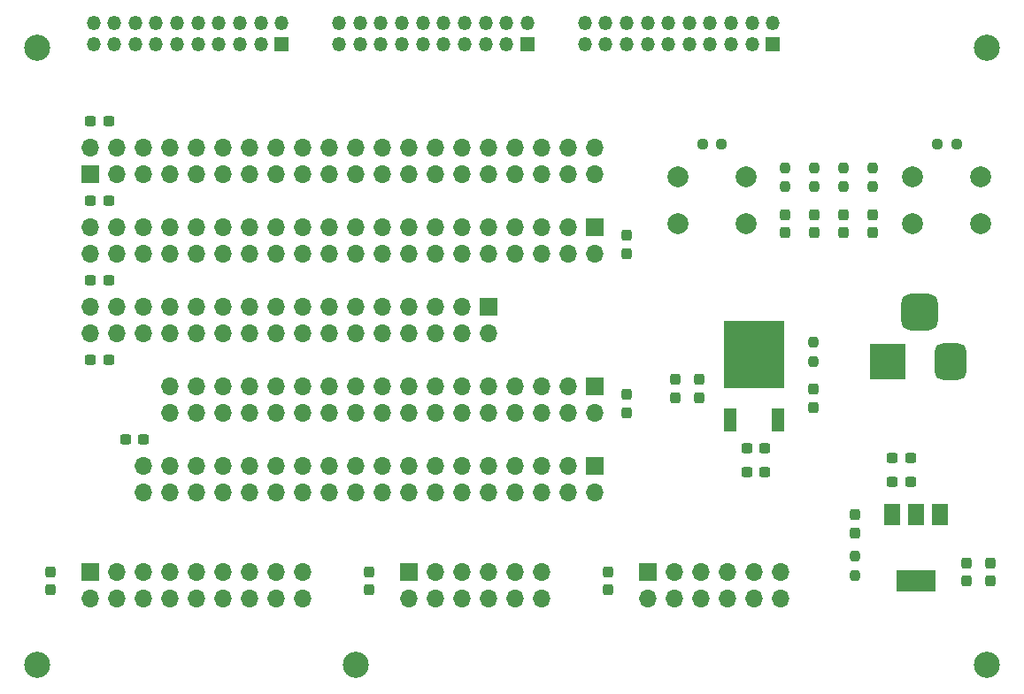
<source format=gts>
G04 #@! TF.GenerationSoftware,KiCad,Pcbnew,6.0.9-8da3e8f707~116~ubuntu20.04.1*
G04 #@! TF.CreationDate,2022-12-16T15:25:19+01:00*
G04 #@! TF.ProjectId,ebaz_adaptor,6562617a-5f61-4646-9170-746f722e6b69,rev?*
G04 #@! TF.SameCoordinates,Original*
G04 #@! TF.FileFunction,Soldermask,Top*
G04 #@! TF.FilePolarity,Negative*
%FSLAX46Y46*%
G04 Gerber Fmt 4.6, Leading zero omitted, Abs format (unit mm)*
G04 Created by KiCad (PCBNEW 6.0.9-8da3e8f707~116~ubuntu20.04.1) date 2022-12-16 15:25:19*
%MOMM*%
%LPD*%
G01*
G04 APERTURE LIST*
G04 Aperture macros list*
%AMRoundRect*
0 Rectangle with rounded corners*
0 $1 Rounding radius*
0 $2 $3 $4 $5 $6 $7 $8 $9 X,Y pos of 4 corners*
0 Add a 4 corners polygon primitive as box body*
4,1,4,$2,$3,$4,$5,$6,$7,$8,$9,$2,$3,0*
0 Add four circle primitives for the rounded corners*
1,1,$1+$1,$2,$3*
1,1,$1+$1,$4,$5*
1,1,$1+$1,$6,$7*
1,1,$1+$1,$8,$9*
0 Add four rect primitives between the rounded corners*
20,1,$1+$1,$2,$3,$4,$5,0*
20,1,$1+$1,$4,$5,$6,$7,0*
20,1,$1+$1,$6,$7,$8,$9,0*
20,1,$1+$1,$8,$9,$2,$3,0*%
G04 Aperture macros list end*
%ADD10RoundRect,0.237500X-0.300000X-0.237500X0.300000X-0.237500X0.300000X0.237500X-0.300000X0.237500X0*%
%ADD11RoundRect,0.237500X-0.237500X0.300000X-0.237500X-0.300000X0.237500X-0.300000X0.237500X0.300000X0*%
%ADD12RoundRect,0.237500X0.237500X-0.287500X0.237500X0.287500X-0.237500X0.287500X-0.237500X-0.287500X0*%
%ADD13R,1.700000X1.700000*%
%ADD14O,1.700000X1.700000*%
%ADD15RoundRect,0.237500X-0.237500X0.250000X-0.237500X-0.250000X0.237500X-0.250000X0.237500X0.250000X0*%
%ADD16R,3.500000X3.500000*%
%ADD17RoundRect,0.750000X0.750000X1.000000X-0.750000X1.000000X-0.750000X-1.000000X0.750000X-1.000000X0*%
%ADD18RoundRect,0.875000X0.875000X0.875000X-0.875000X0.875000X-0.875000X-0.875000X0.875000X-0.875000X0*%
%ADD19R,1.350000X1.350000*%
%ADD20O,1.350000X1.350000*%
%ADD21RoundRect,0.237500X0.300000X0.237500X-0.300000X0.237500X-0.300000X-0.237500X0.300000X-0.237500X0*%
%ADD22C,2.000000*%
%ADD23RoundRect,0.237500X-0.250000X-0.237500X0.250000X-0.237500X0.250000X0.237500X-0.250000X0.237500X0*%
%ADD24RoundRect,0.237500X0.237500X-0.300000X0.237500X0.300000X-0.237500X0.300000X-0.237500X-0.300000X0*%
%ADD25RoundRect,0.237500X-0.237500X0.287500X-0.237500X-0.287500X0.237500X-0.287500X0.237500X0.287500X0*%
%ADD26C,2.500000*%
%ADD27R,1.500000X2.000000*%
%ADD28R,3.800000X2.000000*%
%ADD29RoundRect,0.237500X0.237500X-0.250000X0.237500X0.250000X-0.237500X0.250000X-0.237500X-0.250000X0*%
%ADD30R,1.200000X2.200000*%
%ADD31R,5.800000X6.400000*%
G04 APERTURE END LIST*
D10*
X45720000Y-53340000D03*
X47445000Y-53340000D03*
X45720000Y-60960000D03*
X47445000Y-60960000D03*
D11*
X103968000Y-78130000D03*
X103968000Y-79855000D03*
X95250000Y-96520000D03*
X95250000Y-98245000D03*
D12*
X114890000Y-80806500D03*
X114890000Y-79056500D03*
D10*
X122414000Y-85598000D03*
X124139000Y-85598000D03*
X122414000Y-87884000D03*
X124139000Y-87884000D03*
D13*
X93980000Y-63500000D03*
D14*
X93980000Y-66040000D03*
X91440000Y-63500000D03*
X91440000Y-66040000D03*
X88900000Y-63500000D03*
X88900000Y-66040000D03*
X86360000Y-63500000D03*
X86360000Y-66040000D03*
X83820000Y-63500000D03*
X83820000Y-66040000D03*
X81280000Y-63500000D03*
X81280000Y-66040000D03*
X78740000Y-63500000D03*
X78740000Y-66040000D03*
X76200000Y-63500000D03*
X76200000Y-66040000D03*
X73660000Y-63500000D03*
X73660000Y-66040000D03*
X71120000Y-63500000D03*
X71120000Y-66040000D03*
X68580000Y-63500000D03*
X68580000Y-66040000D03*
X66040000Y-63500000D03*
X66040000Y-66040000D03*
X63500000Y-63500000D03*
X63500000Y-66040000D03*
X60960000Y-63500000D03*
X60960000Y-66040000D03*
X58420000Y-63500000D03*
X58420000Y-66040000D03*
X55880000Y-63500000D03*
X55880000Y-66040000D03*
X53340000Y-63500000D03*
X53340000Y-66040000D03*
X50800000Y-63500000D03*
X50800000Y-66040000D03*
X48260000Y-63500000D03*
X48260000Y-66040000D03*
X45720000Y-63500000D03*
X45720000Y-66040000D03*
D15*
X120523000Y-59677500D03*
X120523000Y-57852500D03*
D16*
X122016000Y-76395500D03*
D17*
X128016000Y-76395500D03*
D18*
X125016000Y-71695500D03*
D19*
X64000000Y-46000000D03*
D20*
X64000000Y-44000000D03*
X62000000Y-46000000D03*
X62000000Y-44000000D03*
X60000000Y-46000000D03*
X60000000Y-44000000D03*
X58000000Y-46000000D03*
X58000000Y-44000000D03*
X56000000Y-46000000D03*
X56000000Y-44000000D03*
X54000000Y-46000000D03*
X54000000Y-44000000D03*
X52000000Y-46000000D03*
X52000000Y-44000000D03*
X50000000Y-46000000D03*
X50000000Y-44000000D03*
X48000000Y-46000000D03*
X48000000Y-44000000D03*
X46000000Y-46000000D03*
X46000000Y-44000000D03*
D10*
X45720000Y-68580000D03*
X47445000Y-68580000D03*
D15*
X114935000Y-59677500D03*
X114935000Y-57852500D03*
D21*
X50800000Y-83820000D03*
X49075000Y-83820000D03*
D22*
X124333000Y-63210000D03*
X130833000Y-63210000D03*
X130833000Y-58710000D03*
X124333000Y-58710000D03*
D13*
X99060000Y-96520000D03*
D14*
X99060000Y-99060000D03*
X101600000Y-96520000D03*
X101600000Y-99060000D03*
X104140000Y-96520000D03*
X104140000Y-99060000D03*
X106680000Y-96520000D03*
X106680000Y-99060000D03*
X109220000Y-96520000D03*
X109220000Y-99060000D03*
X111760000Y-96520000D03*
X111760000Y-99060000D03*
D13*
X83820000Y-71120000D03*
D14*
X83820000Y-73660000D03*
X81280000Y-71120000D03*
X81280000Y-73660000D03*
X78740000Y-71120000D03*
X78740000Y-73660000D03*
X76200000Y-71120000D03*
X76200000Y-73660000D03*
X73660000Y-71120000D03*
X73660000Y-73660000D03*
X71120000Y-71120000D03*
X71120000Y-73660000D03*
X68580000Y-71120000D03*
X68580000Y-73660000D03*
X66040000Y-71120000D03*
X66040000Y-73660000D03*
X63500000Y-71120000D03*
X63500000Y-73660000D03*
X60960000Y-71120000D03*
X60960000Y-73660000D03*
X58420000Y-71120000D03*
X58420000Y-73660000D03*
X55880000Y-71120000D03*
X55880000Y-73660000D03*
X53340000Y-71120000D03*
X53340000Y-73660000D03*
X50800000Y-71120000D03*
X50800000Y-73660000D03*
X48260000Y-71120000D03*
X48260000Y-73660000D03*
X45720000Y-71120000D03*
X45720000Y-73660000D03*
D12*
X114935000Y-62335000D03*
X114935000Y-64085000D03*
D11*
X101682000Y-78130000D03*
X101682000Y-79855000D03*
D23*
X106068500Y-55590000D03*
X104243500Y-55590000D03*
D15*
X114890000Y-74574000D03*
X114890000Y-76399000D03*
D23*
X128570500Y-55590000D03*
X126745500Y-55590000D03*
D13*
X45720000Y-58420000D03*
D14*
X45720000Y-55880000D03*
X48260000Y-58420000D03*
X48260000Y-55880000D03*
X50800000Y-58420000D03*
X50800000Y-55880000D03*
X53340000Y-58420000D03*
X53340000Y-55880000D03*
X55880000Y-58420000D03*
X55880000Y-55880000D03*
X58420000Y-58420000D03*
X58420000Y-55880000D03*
X60960000Y-58420000D03*
X60960000Y-55880000D03*
X63500000Y-58420000D03*
X63500000Y-55880000D03*
X66040000Y-58420000D03*
X66040000Y-55880000D03*
X68580000Y-58420000D03*
X68580000Y-55880000D03*
X71120000Y-58420000D03*
X71120000Y-55880000D03*
X73660000Y-58420000D03*
X73660000Y-55880000D03*
X76200000Y-58420000D03*
X76200000Y-55880000D03*
X78740000Y-58420000D03*
X78740000Y-55880000D03*
X81280000Y-58420000D03*
X81280000Y-55880000D03*
X83820000Y-58420000D03*
X83820000Y-55880000D03*
X86360000Y-58420000D03*
X86360000Y-55880000D03*
X88900000Y-58420000D03*
X88900000Y-55880000D03*
X91440000Y-58420000D03*
X91440000Y-55880000D03*
X93980000Y-58420000D03*
X93980000Y-55880000D03*
D22*
X108406000Y-63210000D03*
X101906000Y-63210000D03*
X108406000Y-58710000D03*
X101906000Y-58710000D03*
D24*
X41910000Y-98245000D03*
X41910000Y-96520000D03*
D13*
X93980000Y-78740000D03*
D14*
X93980000Y-81280000D03*
X91440000Y-78740000D03*
X91440000Y-81280000D03*
X88900000Y-78740000D03*
X88900000Y-81280000D03*
X86360000Y-78740000D03*
X86360000Y-81280000D03*
X83820000Y-78740000D03*
X83820000Y-81280000D03*
X81280000Y-78740000D03*
X81280000Y-81280000D03*
X78740000Y-78740000D03*
X78740000Y-81280000D03*
X76200000Y-78740000D03*
X76200000Y-81280000D03*
X73660000Y-78740000D03*
X73660000Y-81280000D03*
X71120000Y-78740000D03*
X71120000Y-81280000D03*
X68580000Y-78740000D03*
X68580000Y-81280000D03*
X66040000Y-78740000D03*
X66040000Y-81280000D03*
X63500000Y-78740000D03*
X63500000Y-81280000D03*
X60960000Y-78740000D03*
X60960000Y-81280000D03*
X58420000Y-78740000D03*
X58420000Y-81280000D03*
X55880000Y-78740000D03*
X55880000Y-81280000D03*
X53340000Y-78740000D03*
X53340000Y-81280000D03*
D24*
X131812000Y-97409000D03*
X131812000Y-95684000D03*
D13*
X45720000Y-96520000D03*
D14*
X45720000Y-99060000D03*
X48260000Y-96520000D03*
X48260000Y-99060000D03*
X50800000Y-96520000D03*
X50800000Y-99060000D03*
X53340000Y-96520000D03*
X53340000Y-99060000D03*
X55880000Y-96520000D03*
X55880000Y-99060000D03*
X58420000Y-96520000D03*
X58420000Y-99060000D03*
X60960000Y-96520000D03*
X60960000Y-99060000D03*
X63500000Y-96520000D03*
X63500000Y-99060000D03*
X66040000Y-96520000D03*
X66040000Y-99060000D03*
D15*
X117729000Y-59677500D03*
X117729000Y-57852500D03*
D21*
X110208500Y-87019000D03*
X108483500Y-87019000D03*
D13*
X76200000Y-96520000D03*
D14*
X76200000Y-99060000D03*
X78740000Y-96520000D03*
X78740000Y-99060000D03*
X81280000Y-96520000D03*
X81280000Y-99060000D03*
X83820000Y-96520000D03*
X83820000Y-99060000D03*
X86360000Y-96520000D03*
X86360000Y-99060000D03*
X88900000Y-96520000D03*
X88900000Y-99060000D03*
D15*
X112141000Y-59677500D03*
X112141000Y-57852500D03*
D25*
X118858000Y-91059000D03*
X118858000Y-92809000D03*
D24*
X97028000Y-81280000D03*
X97028000Y-79555000D03*
D11*
X72390000Y-96520000D03*
X72390000Y-98245000D03*
D12*
X112141000Y-62335000D03*
X112141000Y-64085000D03*
D24*
X129526000Y-97409000D03*
X129526000Y-95684000D03*
D26*
X131445000Y-105410000D03*
X40640000Y-105410000D03*
X131445000Y-46355000D03*
D12*
X117729000Y-62335000D03*
X117729000Y-64085000D03*
D27*
X127014000Y-91084000D03*
X124714000Y-91084000D03*
D28*
X124714000Y-97384000D03*
D27*
X122414000Y-91084000D03*
D12*
X120523000Y-62335000D03*
X120523000Y-64085000D03*
D19*
X111000000Y-46000000D03*
D20*
X111000000Y-44000000D03*
X109000000Y-46000000D03*
X109000000Y-44000000D03*
X107000000Y-46000000D03*
X107000000Y-44000000D03*
X105000000Y-46000000D03*
X105000000Y-44000000D03*
X103000000Y-46000000D03*
X103000000Y-44000000D03*
X101000000Y-46000000D03*
X101000000Y-44000000D03*
X99000000Y-46000000D03*
X99000000Y-44000000D03*
X97000000Y-46000000D03*
X97000000Y-44000000D03*
X95000000Y-46000000D03*
X95000000Y-44000000D03*
X93000000Y-46000000D03*
X93000000Y-44000000D03*
D19*
X87500000Y-46000000D03*
D20*
X87500000Y-44000000D03*
X85500000Y-46000000D03*
X85500000Y-44000000D03*
X83500000Y-46000000D03*
X83500000Y-44000000D03*
X81500000Y-46000000D03*
X81500000Y-44000000D03*
X79500000Y-46000000D03*
X79500000Y-44000000D03*
X77500000Y-46000000D03*
X77500000Y-44000000D03*
X75500000Y-46000000D03*
X75500000Y-44000000D03*
X73500000Y-46000000D03*
X73500000Y-44000000D03*
X71500000Y-46000000D03*
X71500000Y-44000000D03*
X69500000Y-46000000D03*
X69500000Y-44000000D03*
D24*
X97028000Y-66040000D03*
X97028000Y-64315000D03*
D26*
X40640000Y-46355000D03*
D21*
X110208500Y-84733000D03*
X108483500Y-84733000D03*
D13*
X93980000Y-86360000D03*
D14*
X93980000Y-88900000D03*
X91440000Y-86360000D03*
X91440000Y-88900000D03*
X88900000Y-86360000D03*
X88900000Y-88900000D03*
X86360000Y-86360000D03*
X86360000Y-88900000D03*
X83820000Y-86360000D03*
X83820000Y-88900000D03*
X81280000Y-86360000D03*
X81280000Y-88900000D03*
X78740000Y-86360000D03*
X78740000Y-88900000D03*
X76200000Y-86360000D03*
X76200000Y-88900000D03*
X73660000Y-86360000D03*
X73660000Y-88900000D03*
X71120000Y-86360000D03*
X71120000Y-88900000D03*
X68580000Y-86360000D03*
X68580000Y-88900000D03*
X66040000Y-86360000D03*
X66040000Y-88900000D03*
X63500000Y-86360000D03*
X63500000Y-88900000D03*
X60960000Y-86360000D03*
X60960000Y-88900000D03*
X58420000Y-86360000D03*
X58420000Y-88900000D03*
X55880000Y-86360000D03*
X55880000Y-88900000D03*
X53340000Y-86360000D03*
X53340000Y-88900000D03*
X50800000Y-86360000D03*
X50800000Y-88900000D03*
D29*
X118858000Y-96901000D03*
X118858000Y-95076000D03*
D30*
X106940000Y-81992000D03*
D31*
X109220000Y-75692000D03*
D30*
X111500000Y-81992000D03*
D26*
X71120000Y-105410000D03*
D10*
X45720000Y-76200000D03*
X47445000Y-76200000D03*
M02*

</source>
